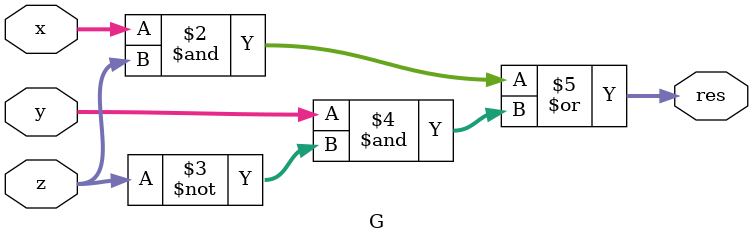
<source format=v>
module G (
    input [31:0]x,
    input [31:0]y,
    input [31:0]z,
    output reg [31:0]res
);
always@(*) 
    begin
        res = (x & z) | (y & (~z));
    end
endmodule

</source>
